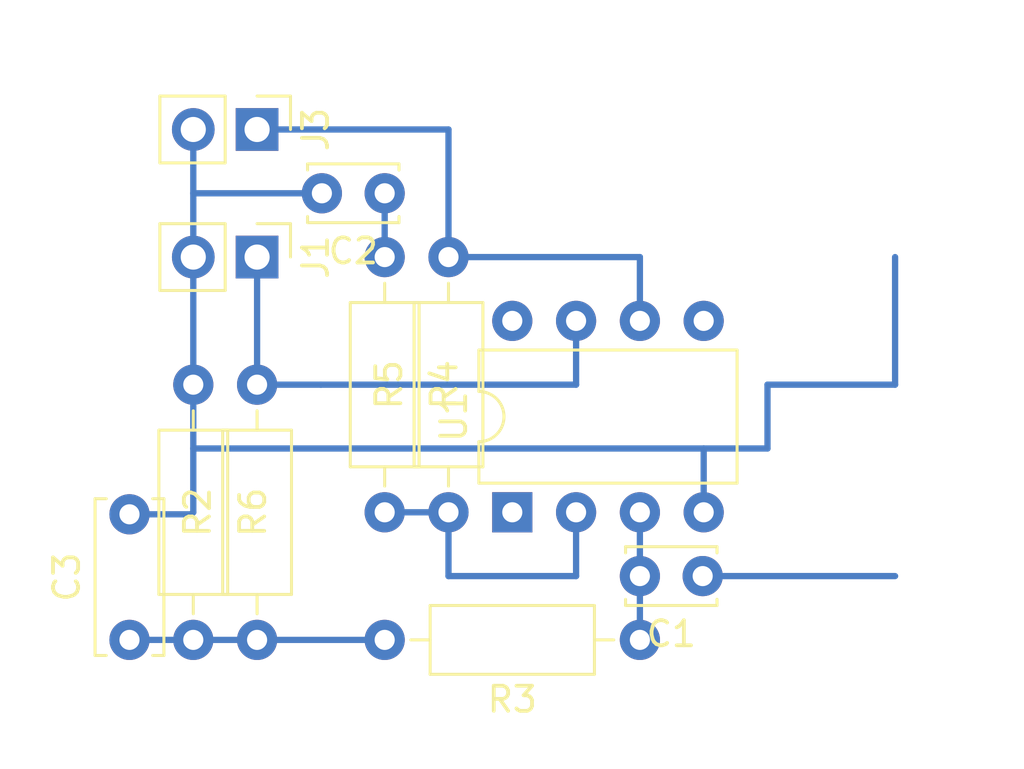
<source format=kicad_pcb>
(kicad_pcb (version 20211014) (generator pcbnew)
  (layers (0 "F.Cu" signal) (31 "B.Cu" signal) (34 "B.Paste" user) (35 "F.Paste" user) (36 "B.SilkS" user "B.Silkscreen") (37 "F.SilkS" user "F.Silkscreen") (38 "B.Mask" user) (39 "F.Mask" user) (44 "Edge.Cuts" user))
  (net 0 "")
  (net 1 "Trans")
  (net 2 "Net-(C1-Pad2)")
  (net 3 "Net-(C2-Pad1)")
  (net 4 "Earth")
  (net 5 "Net-(C3-Pad1)")
  (net 6 "+3V3")
  (net 7 "Vout")
  (net 8 "Net-(R4-Pad2)")
  (footprint "Resistor_THT:R_Axial_DIN0207_L6.3mm_D2.5mm_P10.16mm_Horizontal" (layer "F.Cu") (at 121.92 91.44 -90)
    (fp_text reference "R6" (at 5.08 -2.37 90) (layer "F.SilkS"))
    (fp_text value "100k")
    (fp_line (start 1.81 -1.37) (end 1.81 1.37) (layer "F.SilkS") (width 0.12))
    (fp_line (start 8.35 1.37) (end 8.35 -1.37) (layer "F.SilkS") (width 0.12))
    (fp_line (start 8.35 -1.37) (end 1.81 -1.37) (layer "F.SilkS") (width 0.12))
    (fp_line (start 1.81 1.37) (end 8.35 1.37) (layer "F.SilkS") (width 0.12))
    (fp_line (start 1.04 0) (end 1.81 0) (layer "F.SilkS") (width 0.12))
    (fp_line (start 9.12 0) (end 8.35 0) (layer "F.SilkS") (width 0.12))
    (pad "1" thru_hole circle (at 0 0 270) (size 1.6 1.6) (drill 0.8) (layers *.Cu *.Mask) (net 4 "Earth"))
    (pad "2" thru_hole oval (at 10.16 0 270) (size 1.6 1.6) (drill 0.8) (layers *.Cu *.Mask) (net 5 "Net-(C3-Pad1)"))
  )
  (footprint "Resistor_THT:R_Axial_DIN0207_L6.3mm_D2.5mm_P10.16mm_Horizontal" (layer "F.Cu") (at 129.54 86.36 -90)
    (fp_text reference "R4" (at 5.08 -2.37 90) (layer "F.SilkS"))
    (fp_text value "1.5k")
    (fp_line (start 1.04 0) (end 1.81 0) (layer "F.SilkS") (width 0.12))
    (fp_line (start 1.81 -1.37) (end 1.81 1.37) (layer "F.SilkS") (width 0.12))
    (fp_line (start 1.81 1.37) (end 8.35 1.37) (layer "F.SilkS") (width 0.12))
    (fp_line (start 8.35 -1.37) (end 1.81 -1.37) (layer "F.SilkS") (width 0.12))
    (fp_line (start 8.35 1.37) (end 8.35 -1.37) (layer "F.SilkS") (width 0.12))
    (fp_line (start 9.12 0) (end 8.35 0) (layer "F.SilkS") (width 0.12))
    (pad "1" thru_hole circle (at 0 0 270) (size 1.6 1.6) (drill 0.8) (layers *.Cu *.Mask) (net 3 "Net-(C2-Pad1)"))
    (pad "2" thru_hole oval (at 10.16 0 270) (size 1.6 1.6) (drill 0.8) (layers *.Cu *.Mask) (net 8 "Net-(R4-Pad2)"))
  )
  (footprint "Capacitor_THT:C_Disc_D3.4mm_W2.1mm_P2.50mm" (layer "F.Cu") (at 129.54 83.82 180)
    (fp_text reference "C2" (at 1.25 -2.3) (layer "F.SilkS"))
    (fp_text value "2.65n")
    (fp_line (start 3.07 0.925) (end 3.07 1.17) (layer "F.SilkS") (width 0.12))
    (fp_line (start -0.57 0.925) (end -0.57 1.17) (layer "F.SilkS") (width 0.12))
    (fp_line (start -0.57 -1.17) (end -0.57 -0.925) (layer "F.SilkS") (width 0.12))
    (fp_line (start -0.57 1.17) (end 3.07 1.17) (layer "F.SilkS") (width 0.12))
    (fp_line (start 3.07 -1.17) (end 3.07 -0.925) (layer "F.SilkS") (width 0.12))
    (fp_line (start -0.57 -1.17) (end 3.07 -1.17) (layer "F.SilkS") (width 0.12))
    (pad "1" thru_hole circle (at 0 0 180) (size 1.6 1.6) (drill 0.8) (layers *.Cu *.Mask) (net 3 "Net-(C2-Pad1)"))
    (pad "2" thru_hole circle (at 2.5 0 180) (size 1.6 1.6) (drill 0.8) (layers *.Cu *.Mask) (net 4 "Earth"))
  )
  (footprint "Resistor_THT:R_Axial_DIN0207_L6.3mm_D2.5mm_P10.16mm_Horizontal" (layer "F.Cu") (at 139.7 101.6 180)
    (fp_text reference "R3" (at 5.08 -2.37) (layer "F.SilkS"))
    (fp_text value "100k")
    (fp_line (start 9.12 0) (end 8.35 0) (layer "F.SilkS") (width 0.12))
    (fp_line (start 1.81 -1.37) (end 1.81 1.37) (layer "F.SilkS") (width 0.12))
    (fp_line (start 1.04 0) (end 1.81 0) (layer "F.SilkS") (width 0.12))
    (fp_line (start 1.81 1.37) (end 8.35 1.37) (layer "F.SilkS") (width 0.12))
    (fp_line (start 8.35 1.37) (end 8.35 -1.37) (layer "F.SilkS") (width 0.12))
    (fp_line (start 8.35 -1.37) (end 1.81 -1.37) (layer "F.SilkS") (width 0.12))
    (pad "1" thru_hole circle (at 0 0 180) (size 1.6 1.6) (drill 0.8) (layers *.Cu *.Mask) (net 2 "Net-(C1-Pad2)"))
    (pad "2" thru_hole oval (at 10.16 0 180) (size 1.6 1.6) (drill 0.8) (layers *.Cu *.Mask) (net 5 "Net-(C3-Pad1)"))
  )
  (footprint "Resistor_THT:R_Axial_DIN0207_L6.3mm_D2.5mm_P10.16mm_Horizontal" (layer "F.Cu") (at 124.46 101.6 90)
    (fp_text reference "R2" (at 5.08 -2.37 90) (layer "F.SilkS"))
    (fp_text value "100k")
    (fp_line (start 8.35 -1.37) (end 1.81 -1.37) (layer "F.SilkS") (width 0.12))
    (fp_line (start 9.12 0) (end 8.35 0) (layer "F.SilkS") (width 0.12))
    (fp_line (start 1.04 0) (end 1.81 0) (layer "F.SilkS") (width 0.12))
    (fp_line (start 1.81 -1.37) (end 1.81 1.37) (layer "F.SilkS") (width 0.12))
    (fp_line (start 8.35 1.37) (end 8.35 -1.37) (layer "F.SilkS") (width 0.12))
    (fp_line (start 1.81 1.37) (end 8.35 1.37) (layer "F.SilkS") (width 0.12))
    (pad "1" thru_hole circle (at 0 0 90) (size 1.6 1.6) (drill 0.8) (layers *.Cu *.Mask) (net 5 "Net-(C3-Pad1)"))
    (pad "2" thru_hole oval (at 10.16 0 90) (size 1.6 1.6) (drill 0.8) (layers *.Cu *.Mask) (net 6 "+3V3"))
  )
  (footprint "Capacitor_THT:C_Disc_D3.4mm_W2.1mm_P2.50mm" (layer "F.Cu") (at 142.2 99.06 180)
    (fp_text reference "C1" (at 1.25 -2.3 180) (layer "F.SilkS"))
    (fp_text value "2.69n")
    (fp_line (start -0.57 -1.17) (end -0.57 -0.925) (layer "F.SilkS") (width 0.12))
    (fp_line (start 3.07 0.925) (end 3.07 1.17) (layer "F.SilkS") (width 0.12))
    (fp_line (start -0.57 1.17) (end 3.07 1.17) (layer "F.SilkS") (width 0.12))
    (fp_line (start -0.57 -1.17) (end 3.07 -1.17) (layer "F.SilkS") (width 0.12))
    (fp_line (start 3.07 -1.17) (end 3.07 -0.925) (layer "F.SilkS") (width 0.12))
    (fp_line (start -0.57 0.925) (end -0.57 1.17) (layer "F.SilkS") (width 0.12))
    (pad "1" thru_hole circle (at 0 0 180) (size 1.6 1.6) (drill 0.8) (layers *.Cu *.Mask) (net 1 "Trans"))
    (pad "2" thru_hole circle (at 2.5 0 180) (size 1.6 1.6) (drill 0.8) (layers *.Cu *.Mask) (net 2 "Net-(C1-Pad2)"))
  )
  (footprint "Resistor_THT:R_Axial_DIN0207_L6.3mm_D2.5mm_P10.16mm_Horizontal" (layer "F.Cu") (at 132.08 96.52 90)
    (fp_text reference "R5" (at 5.08 -2.37 90) (layer "F.SilkS"))
    (fp_text value "100k")
    (fp_line (start 1.04 0) (end 1.81 0) (layer "F.SilkS") (width 0.12))
    (fp_line (start 8.35 -1.37) (end 1.81 -1.37) (layer "F.SilkS") (width 0.12))
    (fp_line (start 8.35 1.37) (end 8.35 -1.37) (layer "F.SilkS") (width 0.12))
    (fp_line (start 9.12 0) (end 8.35 0) (layer "F.SilkS") (width 0.12))
    (fp_line (start 1.81 1.37) (end 8.35 1.37) (layer "F.SilkS") (width 0.12))
    (fp_line (start 1.81 -1.37) (end 1.81 1.37) (layer "F.SilkS") (width 0.12))
    (pad "1" thru_hole circle (at 0 0 90) (size 1.6 1.6) (drill 0.8) (layers *.Cu *.Mask) (net 8 "Net-(R4-Pad2)"))
    (pad "2" thru_hole oval (at 10.16 0 90) (size 1.6 1.6) (drill 0.8) (layers *.Cu *.Mask) (net 7 "Vout"))
  )
  (footprint "Connector_PinHeader_2.54mm:PinHeader_1x02_P2.54mm_Vertical" (layer "F.Cu") (at 124.46 81.28 -90)
    (fp_text reference "J3" (at 0 -2.33 90) (layer "F.SilkS"))
    (fp_text value "OUT")
    (fp_line (start -1.33 1.27) (end 1.33 1.27) (layer "F.SilkS") (width 0.12))
    (fp_line (start -1.33 3.87) (end 1.33 3.87) (layer "F.SilkS") (width 0.12))
    (fp_line (start 1.33 1.27) (end 1.33 3.87) (layer "F.SilkS") (width 0.12))
    (fp_line (start -1.33 0) (end -1.33 -1.33) (layer "F.SilkS") (width 0.12))
    (fp_line (start -1.33 -1.33) (end 0 -1.33) (layer "F.SilkS") (width 0.12))
    (fp_line (start -1.33 1.27) (end -1.33 3.87) (layer "F.SilkS") (width 0.12))
    (pad "1" thru_hole rect (at 0 0 270) (size 1.7 1.7) (drill 1) (layers *.Cu *.Mask) (net 7 "Vout"))
    (pad "2" thru_hole oval (at 0 2.54 270) (size 1.7 1.7) (drill 1) (layers *.Cu *.Mask) (net 4 "Earth"))
  )
  (footprint "Capacitor_THT:C_Disc_D6.0mm_W2.5mm_P5.00mm" (layer "F.Cu") (at 119.38 101.6 90)
    (fp_text reference "C3" (at 2.5 -2.5 90) (layer "F.SilkS"))
    (fp_text value "10u")
    (fp_line (start -0.62 1.37) (end 5.62 1.37) (layer "F.SilkS") (width 0.12))
    (fp_line (start 5.62 0.925) (end 5.62 1.37) (layer "F.SilkS") (width 0.12))
    (fp_line (start 5.62 -1.37) (end 5.62 -0.925) (layer "F.SilkS") (width 0.12))
    (fp_line (start -0.62 -1.37) (end 5.62 -1.37) (layer "F.SilkS") (width 0.12))
    (fp_line (start -0.62 0.925) (end -0.62 1.37) (layer "F.SilkS") (width 0.12))
    (fp_line (start -0.62 -1.37) (end -0.62 -0.925) (layer "F.SilkS") (width 0.12))
    (pad "1" thru_hole circle (at 0 0 90) (size 1.6 1.6) (drill 0.8) (layers *.Cu *.Mask) (net 5 "Net-(C3-Pad1)"))
    (pad "2" thru_hole circle (at 5 0 90) (size 1.6 1.6) (drill 0.8) (layers *.Cu *.Mask) (net 4 "Earth"))
  )
  (footprint "Connector_PinHeader_2.54mm:PinHeader_1x02_P2.54mm_Vertical" (layer "F.Cu") (at 124.46 86.36 -90)
    (fp_text reference "J1" (at 0 -2.33 90) (layer "F.SilkS"))
    (fp_text value "PWR")
    (fp_line (start 1.33 1.27) (end 1.33 3.87) (layer "F.SilkS") (width 0.12))
    (fp_line (start -1.33 0) (end -1.33 -1.33) (layer "F.SilkS") (width 0.12))
    (fp_line (start -1.33 -1.33) (end 0 -1.33) (layer "F.SilkS") (width 0.12))
    (fp_line (start -1.33 3.87) (end 1.33 3.87) (layer "F.SilkS") (width 0.12))
    (fp_line (start -1.33 1.27) (end -1.33 3.87) (layer "F.SilkS") (width 0.12))
    (fp_line (start -1.33 1.27) (end 1.33 1.27) (layer "F.SilkS") (width 0.12))
    (pad "1" thru_hole rect (at 0 0 270) (size 1.7 1.7) (drill 1) (layers *.Cu *.Mask) (net 6 "+3V3"))
    (pad "2" thru_hole oval (at 0 2.54 270) (size 1.7 1.7) (drill 1) (layers *.Cu *.Mask) (net 4 "Earth"))
  )
  (footprint "Package_DIP:DIP-8_W7.62mm" (layer "F.Cu") (at 134.62 96.52 90)
    (fp_text reference "U1" (at 3.81 -2.33 90) (layer "F.SilkS"))
    (fp_text value "MCP601-xP")
    (fp_line (start 6.46 8.95) (end 6.46 -1.33) (layer "F.SilkS") (width 0.12))
    (fp_line (start 2.81 -1.33) (end 1.16 -1.33) (layer "F.SilkS") (width 0.12))
    (fp_line (start 1.16 8.95) (end 6.46 8.95) (layer "F.SilkS") (width 0.12))
    (fp_line (start 1.16 -1.33) (end 1.16 8.95) (layer "F.SilkS") (width 0.12))
    (fp_line (start 6.46 -1.33) (end 4.81 -1.33) (layer "F.SilkS") (width 0.12))
    (fp_arc (start 4.81 -1.33) (mid 3.81 -0.33) (end 2.81 -1.33) (layer "F.SilkS") (width 0.12))
    (pad "1" thru_hole rect (at 0 0 90) (size 1.6 1.6) (drill 0.8) (layers *.Cu *.Mask))
    (pad "2" thru_hole oval (at 0 2.54 90) (size 1.6 1.6) (drill 0.8) (layers *.Cu *.Mask) (net 8 "Net-(R4-Pad2)"))
    (pad "3" thru_hole oval (at 0 5.08 90) (size 1.6 1.6) (drill 0.8) (layers *.Cu *.Mask) (net 2 "Net-(C1-Pad2)"))
    (pad "4" thru_hole oval (at 0 7.62 90) (size 1.6 1.6) (drill 0.8) (layers *.Cu *.Mask) (net 4 "Earth"))
    (pad "5" thru_hole oval (at 7.62 7.62 90) (size 1.6 1.6) (drill 0.8) (layers *.Cu *.Mask))
    (pad "6" thru_hole oval (at 7.62 5.08 90) (size 1.6 1.6) (drill 0.8) (layers *.Cu *.Mask) (net 7 "Vout"))
    (pad "7" thru_hole oval (at 7.62 2.54 90) (size 1.6 1.6) (drill 0.8) (layers *.Cu *.Mask) (net 6 "+3V3"))
    (pad "8" thru_hole oval (at 7.62 0 90) (size 1.6 1.6) (drill 0.8) (layers *.Cu *.Mask))
  )
  (segment (start 142.2 99.06) (end 149.86 99.06) (width 0.25) (layer "B.Cu") (net 1))
  (segment (start 139.7 101.6) (end 139.7 99.06) (width 0.25) (layer "B.Cu") (net 2))
  (segment (start 139.7 96.52) (end 139.7 99.06) (width 0.25) (layer "B.Cu") (net 2))
  (segment (start 129.54 83.82) (end 129.54 86.36) (width 0.25) (layer "B.Cu") (net 3))
  (segment (start 144.78 93.98) (end 144.78 91.44) (width 0.25) (layer "B.Cu") (net 4))
  (segment (start 142.24 93.98) (end 144.78 93.98) (width 0.25) (layer "B.Cu") (net 4))
  (segment (start 121.92 81.28) (end 121.92 91.44) (width 0.25) (layer "B.Cu") (net 4))
  (segment (start 142.24 93.98) (end 121.92 93.98) (width 0.25) (layer "B.Cu") (net 4))
  (segment (start 142.24 96.52) (end 142.24 93.98) (width 0.25) (layer "B.Cu") (net 4))
  (segment (start 121.84 96.6) (end 119.38 96.6) (width 0.25) (layer "B.Cu") (net 4))
  (segment (start 144.78 91.44) (end 149.86 91.44) (width 0.25) (layer "B.Cu") (net 4))
  (segment (start 121.92 96.52) (end 121.84 96.6) (width 0.25) (layer "B.Cu") (net 4))
  (segment (start 127.04 83.82) (end 121.92 83.82) (width 0.25) (layer "B.Cu") (net 4))
  (segment (start 149.86 91.44) (end 149.86 86.36) (width 0.25) (layer "B.Cu") (net 4))
  (segment (start 121.92 91.44) (end 121.92 96.52) (width 0.25) (layer "B.Cu") (net 4))
  (segment (start 129.54 101.6) (end 119.38 101.6) (width 0.25) (layer "B.Cu") (net 5))
  (segment (start 124.46 86.36) (end 124.46 91.44) (width 0.25) (layer "B.Cu") (net 6))
  (segment (start 137.16 91.44) (end 127 91.44) (width 0.25) (layer "B.Cu") (net 6))
  (segment (start 137.16 88.9) (end 137.16 91.44) (width 0.25) (layer "B.Cu") (net 6))
  (segment (start 127 91.44) (end 124.46 91.44) (width 0.25) (layer "B.Cu") (net 6))
  (segment (start 139.7 86.36) (end 132.08 86.36) (width 0.25) (layer "B.Cu") (net 7))
  (segment (start 139.7 88.9) (end 139.7 86.36) (width 0.25) (layer "B.Cu") (net 7))
  (segment (start 124.46 81.28) (end 132.08 81.28) (width 0.25) (layer "B.Cu") (net 7))
  (segment (start 132.08 81.28) (end 132.08 86.36) (width 0.25) (layer "B.Cu") (net 7))
  (segment (start 132.08 96.52) (end 129.54 96.52) (width 0.25) (layer "B.Cu") (net 8))
  (segment (start 137.16 96.52) (end 137.16 99.06) (width 0.25) (layer "B.Cu") (net 8))
  (segment (start 137.16 99.06) (end 132.08 99.06) (width 0.25) (layer "B.Cu") (net 8))
  (segment (start 132.08 99.06) (end 132.08 96.52) (width 0.25) (layer "B.Cu") (net 8))
)
</source>
